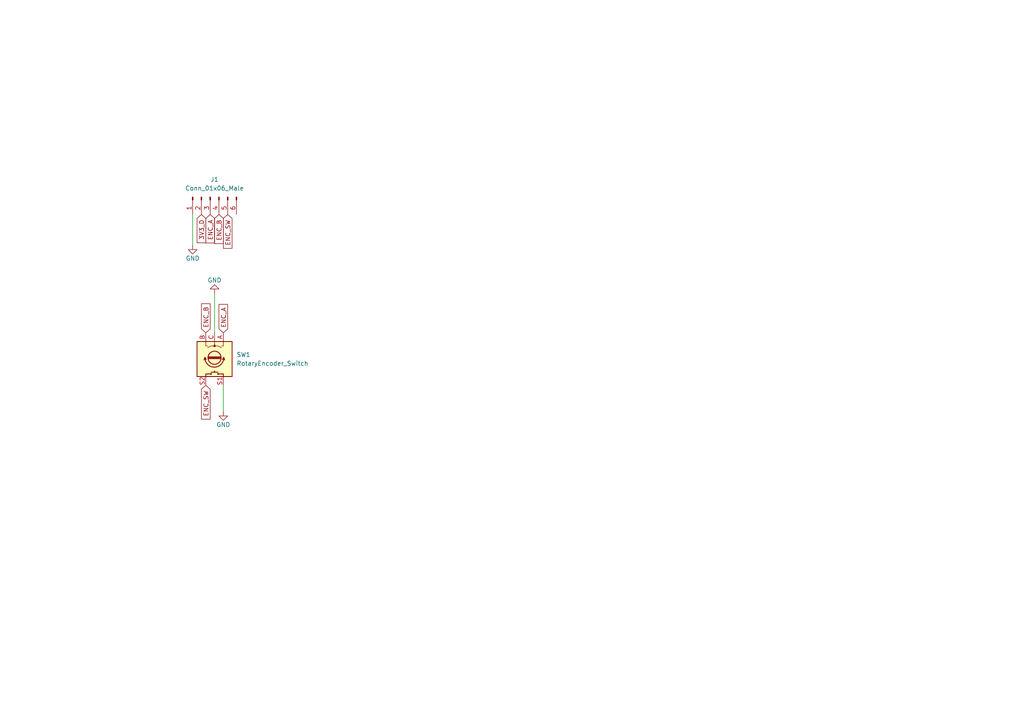
<source format=kicad_sch>
(kicad_sch (version 20211123) (generator eeschema)
  (paper "A4")
  (title_block (title "Encoder") (date "2024-03-02") (rev "1.0.0"))
  (lib_symbols
    (symbol "Connector:Conn_01x06_Male" (pin_names (offset 1.016) hide)
      (property "Reference" "J" (at 0 7.62 0))
      (property "Value" "Conn_01x06_Male" (at 0 -10.16 0))
      (symbol "Conn_01x06_Male_1_1"
        (polyline (pts (xy 1.27 -7.62) (xy 0.8636 -7.62)) (stroke (width 0.1524)))
        (polyline (pts (xy 1.27 -5.08) (xy 0.8636 -5.08)) (stroke (width 0.1524)))
        (polyline (pts (xy 1.27 -2.54) (xy 0.8636 -2.54)) (stroke (width 0.1524)))
        (polyline (pts (xy 1.27 0) (xy 0.8636 0)) (stroke (width 0.1524)))
        (polyline (pts (xy 1.27 2.54) (xy 0.8636 2.54)) (stroke (width 0.1524)))
        (polyline (pts (xy 1.27 5.08) (xy 0.8636 5.08)) (stroke (width 0.1524)))
        (rectangle (start 0.8636 -7.493) (end 0 -7.747) (stroke (width 0.1524)) (fill (type outline)))
        (rectangle (start 0.8636 -4.953) (end 0 -5.207) (stroke (width 0.1524)) (fill (type outline)))
        (rectangle (start 0.8636 -2.413) (end 0 -2.667) (stroke (width 0.1524)) (fill (type outline)))
        (rectangle (start 0.8636 0.127) (end 0 -0.127) (stroke (width 0.1524)) (fill (type outline)))
        (rectangle (start 0.8636 2.667) (end 0 2.413) (stroke (width 0.1524)) (fill (type outline)))
        (rectangle (start 0.8636 5.207) (end 0 4.953) (stroke (width 0.1524)) (fill (type outline)))
        (pin passive line (at 5.08 5.08 180) (length 3.81) (name "Pin_1") (number "1"))
        (pin passive line (at 5.08 2.54 180) (length 3.81) (name "Pin_2") (number "2"))
        (pin passive line (at 5.08 0 180) (length 3.81) (name "Pin_3") (number "3"))
        (pin passive line (at 5.08 -2.54 180) (length 3.81) (name "Pin_4") (number "4"))
        (pin passive line (at 5.08 -5.08 180) (length 3.81) (name "Pin_5") (number "5"))
        (pin passive line (at 5.08 -7.62 180) (length 3.81) (name "Pin_6") (number "6"))
      )
    )
    (symbol "Device:RotaryEncoder_Switch" (pin_names (offset 0.254) hide)
      (property "Reference" "SW" (at 0 6.604 0))
      (property "Value" "RotaryEncoder_Switch" (at 0 -6.604 0))
      (symbol "RotaryEncoder_Switch_0_1"
        (rectangle (start -5.08 5.08) (end 5.08 -5.08) (stroke (width 0.254)) (fill (type background)))
        (circle (center -3.81 0) (radius 0.254) (fill (type outline)))
        (arc (start -0.381 -2.794) (mid 2.3622 -0.0635) (end -0.381 2.667) (stroke (width 0.254)))
        (circle (center -0.381 0) (radius 1.905) (stroke (width 0.254)))
        (polyline (pts (xy -0.635 -1.778) (xy -0.635 1.778)) (stroke (width 0.254)))
        (polyline (pts (xy -0.381 -1.778) (xy -0.381 1.778)) (stroke (width 0.254)))
        (polyline (pts (xy -0.127 1.778) (xy -0.127 -1.778)) (stroke (width 0.254)))
        (polyline (pts (xy 3.81 0) (xy 3.429 0)) (stroke (width 0.254)))
        (polyline (pts (xy 3.81 1.016) (xy 3.81 -1.016)) (stroke (width 0.254)))
        (polyline (pts (xy -5.08 -2.54) (xy -3.81 -2.54) (xy -3.81 -2.032)))
        (polyline (pts (xy -5.08 2.54) (xy -3.81 2.54) (xy -3.81 2.032)))
        (polyline (pts (xy 0.254 -3.048) (xy -0.508 -2.794) (xy 0.127 -2.413)) (stroke (width 0.254)))
        (polyline (pts (xy 0.254 2.921) (xy -0.508 2.667) (xy 0.127 2.286)) (stroke (width 0.254)))
        (polyline (pts (xy 5.08 -2.54) (xy 4.318 -2.54) (xy 4.318 -1.016)) (stroke (width 0.254)))
        (polyline (pts (xy 5.08 2.54) (xy 4.318 2.54) (xy 4.318 1.016)) (stroke (width 0.254)))
        (polyline (pts (xy -5.08 0) (xy -3.81 0) (xy -3.81 -1.016) (xy -3.302 -2.032)))
        (polyline (pts (xy -4.318 0) (xy -3.81 0) (xy -3.81 1.016) (xy -3.302 2.032)))
        (circle (center 4.318 -1.016) (radius 0.127) (stroke (width 0.254)))
        (circle (center 4.318 1.016) (radius 0.127) (stroke (width 0.254)))
      )
      (symbol "RotaryEncoder_Switch_1_1"
        (pin passive line (at -7.62 2.54 0) (length 2.54) (name "A") (number "A"))
        (pin passive line (at -7.62 -2.54 0) (length 2.54) (name "B") (number "B"))
        (pin passive line (at -7.62 0 0) (length 2.54) (name "C") (number "C"))
        (pin passive line (at 7.62 2.54 180) (length 2.54) (name "S1") (number "S1"))
        (pin passive line (at 7.62 -2.54 180) (length 2.54) (name "S2") (number "S2"))
      )
    )
    (symbol "power:GND" (power) (pin_names (offset 0))
      (property "Value" "GND" (at 0 -3.81 0))
      (symbol "GND_0_1"
        (polyline (pts (xy 0 0) (xy 0 -1.27) (xy 1.27 -1.27) (xy 0 -2.54) (xy -1.27 -1.27) (xy 0 -1.27)))
      )
      (symbol "GND_1_1"
        (pin power_in line (at 0 0 270) (length 0) hide (name "GND") (number "1"))
      )
    )
  )
  (wire (pts (xy 62.23 85.09) (xy 62.23 96.52)))
  (wire (pts (xy 64.77 111.76) (xy 64.77 119.38)))
  (wire (pts (xy 55.88 62.23) (xy 55.88 71.12)))
  (global_label "3V3_D" (shape input) (at 58.42 62.23 270) (property "Intersheet References" "${INTERSHEET_REFS}" (effects hide)))
  (global_label "ENC_B" (shape input) (at 63.5 62.23 270) (property "Intersheet References" "${INTERSHEET_REFS}" (effects hide)))
  (global_label "ENC_B" (shape input) (at 59.69 96.52 90) (property "Intersheet References" "${INTERSHEET_REFS}" (effects hide)))
  (global_label "ENC_A" (shape input) (at 60.96 62.23 270) (property "Intersheet References" "${INTERSHEET_REFS}" (effects hide)))
  (global_label "ENC_SW" (shape input) (at 59.69 111.76 270) (property "Intersheet References" "${INTERSHEET_REFS}" (effects hide)))
  (global_label "ENC_A" (shape input) (at 64.77 96.52 90) (property "Intersheet References" "${INTERSHEET_REFS}" (effects hide)))
  (global_label "ENC_SW" (shape input) (at 66.04 62.23 270) (property "Intersheet References" "${INTERSHEET_REFS}" (effects hide)))
  (symbol (lib_id "power:GND") (at 64.77 119.38 0) (mirror y) (unit 1)
    (property "Reference" "#PWR0103" (effects hide))
    (property "Value" "GND" (at 64.77 123.19 0))
  )
  (symbol (lib_id "Device:RotaryEncoder_Switch") (at 62.23 104.14 270) (unit 1)
    (property "Reference" "SW1" (at 68.58 102.8699 90) (effects (justify left)))
    (property "Value" "RotaryEncoder_Switch" (at 68.58 105.4099 90) (effects (justify left)))
    (property "Footprint" "RotaryEncoder:Bourns-PEC11R-4220F-S0024-0-0-0" (effects hide))
  )
  (symbol (lib_id "Connector:Conn_01x06_Male") (at 60.96 57.15 90) (mirror x) (unit 1)
    (property "Reference" "J1" (at 62.23 52.07 90))
    (property "Value" "Conn_01x06_Male" (at 62.23 54.61 90))
    (property "Footprint" "Connector_PinSocket_2.54mm:PinSocket_1x06_P2.54mm_Vertical" (effects hide))
  )
  (symbol (lib_id "power:GND") (at 62.23 85.09 0) (mirror x) (unit 1)
    (property "Reference" "#PWR0102" (effects hide))
    (property "Value" "GND" (at 62.23 81.28 0))
  )
  (symbol (lib_id "power:GND") (at 55.88 71.12 0) (mirror y) (unit 1)
    (property "Reference" "#PWR0101" (effects hide))
    (property "Value" "GND" (at 55.88 74.93 0))
  )
)
</source>
